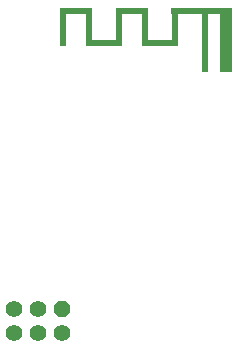
<source format=gbs>
G75*
G70*
%OFA0B0*%
%FSLAX24Y24*%
%IPPOS*%
%LPD*%
%AMOC8*
5,1,8,0,0,1.08239X$1,22.5*
%
%ADD10OC8,0.0560*%
%ADD11C,0.0560*%
%ADD12C,0.0160*%
%ADD13R,0.0390X0.2140*%
%ADD14R,0.0240X0.2140*%
%ADD15R,0.1650X0.0240*%
%ADD16R,0.0240X0.1280*%
%ADD17R,0.1080X0.0240*%
D10*
X005433Y003388D03*
D11*
X003833Y002588D03*
X004633Y002588D03*
X005433Y002588D03*
X004633Y003388D03*
X003833Y003388D03*
D12*
X010188Y011413D03*
X010908Y011413D03*
D13*
X010913Y012363D03*
D14*
X010188Y012363D03*
D15*
X009893Y013313D03*
D16*
X009188Y012793D03*
X008188Y012793D03*
X007328Y012793D03*
X006328Y012793D03*
X005468Y012793D03*
D17*
X005888Y013313D03*
X006748Y012273D03*
X007768Y013313D03*
X008658Y012273D03*
M02*

</source>
